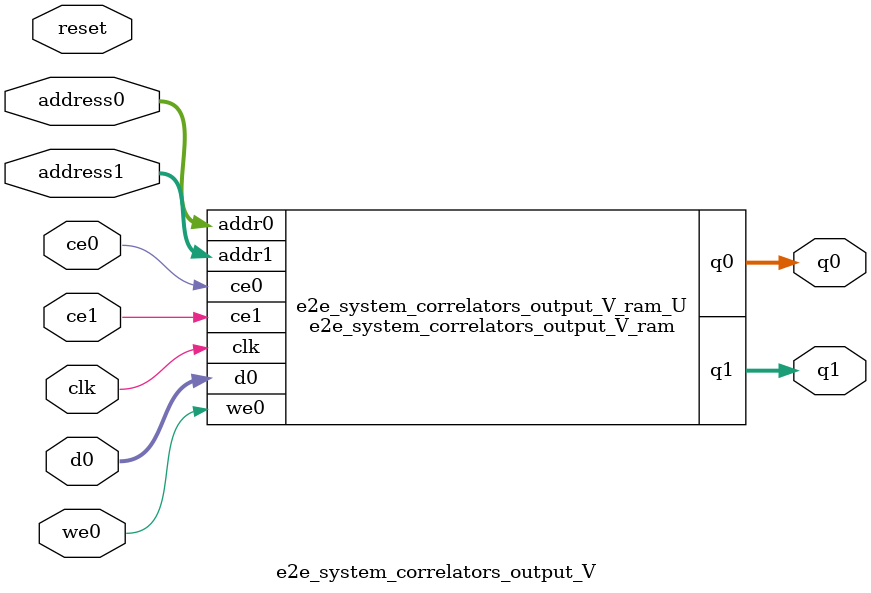
<source format=v>
`timescale 1 ns / 1 ps
module e2e_system_correlators_output_V_ram (addr0, ce0, d0, we0, q0, addr1, ce1, q1,  clk);

parameter DWIDTH = 36;
parameter AWIDTH = 6;
parameter MEM_SIZE = 33;

input[AWIDTH-1:0] addr0;
input ce0;
input[DWIDTH-1:0] d0;
input we0;
output reg[DWIDTH-1:0] q0;
input[AWIDTH-1:0] addr1;
input ce1;
output reg[DWIDTH-1:0] q1;
input clk;

(* ram_style = "block" *)reg [DWIDTH-1:0] ram[0:MEM_SIZE-1];




always @(posedge clk)  
begin 
    if (ce0) begin
        if (we0) 
            ram[addr0] <= d0; 
        q0 <= ram[addr0];
    end
end


always @(posedge clk)  
begin 
    if (ce1) begin
        q1 <= ram[addr1];
    end
end


endmodule

`timescale 1 ns / 1 ps
module e2e_system_correlators_output_V(
    reset,
    clk,
    address0,
    ce0,
    we0,
    d0,
    q0,
    address1,
    ce1,
    q1);

parameter DataWidth = 32'd36;
parameter AddressRange = 32'd33;
parameter AddressWidth = 32'd6;
input reset;
input clk;
input[AddressWidth - 1:0] address0;
input ce0;
input we0;
input[DataWidth - 1:0] d0;
output[DataWidth - 1:0] q0;
input[AddressWidth - 1:0] address1;
input ce1;
output[DataWidth - 1:0] q1;



e2e_system_correlators_output_V_ram e2e_system_correlators_output_V_ram_U(
    .clk( clk ),
    .addr0( address0 ),
    .ce0( ce0 ),
    .we0( we0 ),
    .d0( d0 ),
    .q0( q0 ),
    .addr1( address1 ),
    .ce1( ce1 ),
    .q1( q1 ));

endmodule


</source>
